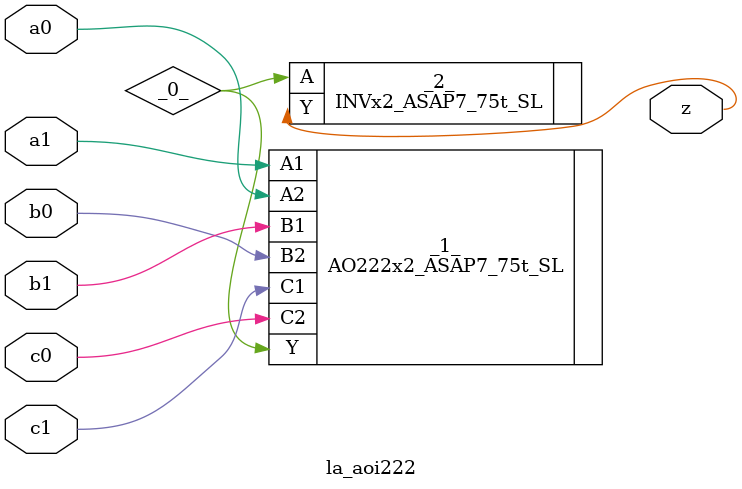
<source format=v>

/* Generated by Yosys 0.37 (git sha1 a5c7f69ed, clang 14.0.0-1ubuntu1.1 -fPIC -Os) */

module la_aoi222(a0, a1, b0, b1, c0, c1, z);
  wire _0_;
  input a0;
  wire a0;
  input a1;
  wire a1;
  input b0;
  wire b0;
  input b1;
  wire b1;
  input c0;
  wire c0;
  input c1;
  wire c1;
  output z;
  wire z;
  AO222x2_ASAP7_75t_SL _1_ (
    .A1(a1),
    .A2(a0),
    .B1(b1),
    .B2(b0),
    .C1(c1),
    .C2(c0),
    .Y(_0_)
  );
  INVx2_ASAP7_75t_SL _2_ (
    .A(_0_),
    .Y(z)
  );
endmodule

</source>
